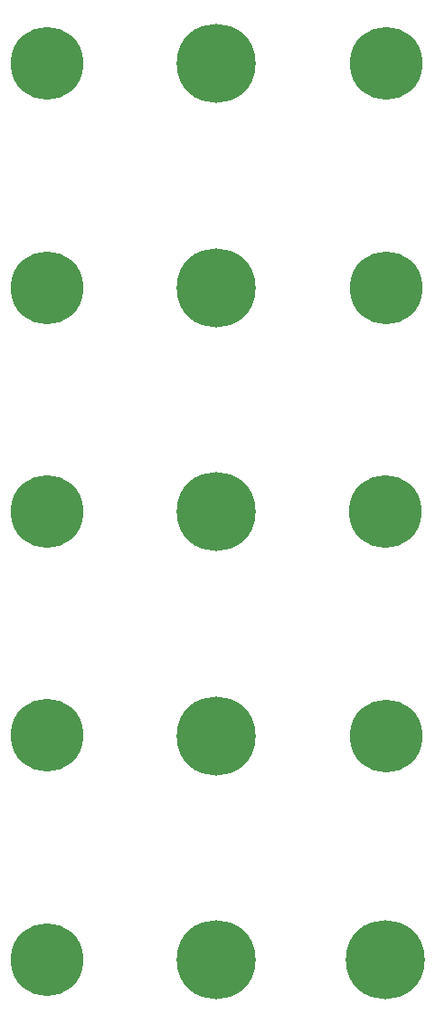
<source format=gbr>
%TF.GenerationSoftware,KiCad,Pcbnew,(6.0.5)*%
%TF.CreationDate,2022-07-06T11:36:20+02:00*%
%TF.ProjectId,faceplate-kicad,66616365-706c-4617-9465-2d6b69636164,rev?*%
%TF.SameCoordinates,Original*%
%TF.FileFunction,Soldermask,Bot*%
%TF.FilePolarity,Negative*%
%FSLAX46Y46*%
G04 Gerber Fmt 4.6, Leading zero omitted, Abs format (unit mm)*
G04 Created by KiCad (PCBNEW (6.0.5)) date 2022-07-06 11:36:20*
%MOMM*%
%LPD*%
G01*
G04 APERTURE LIST*
%ADD10C,7.400000*%
%ADD11C,7.200000*%
%ADD12C,6.800000*%
%ADD13C,6.400000*%
G04 APERTURE END LIST*
D10*
%TO.C,REF\u002A\u002A*%
X154910000Y-108790000D03*
D11*
X154910000Y-108790000D03*
%TD*%
D10*
%TO.C,REF\u002A\u002A*%
X154900000Y-66890000D03*
D11*
X154900000Y-66890000D03*
%TD*%
D10*
%TO.C,REF\u002A\u002A*%
X170770000Y-129730000D03*
D11*
X170770000Y-129730000D03*
%TD*%
D10*
%TO.C,REF\u002A\u002A*%
X154910000Y-45940000D03*
D11*
X154910000Y-45940000D03*
%TD*%
D10*
%TO.C,REF\u002A\u002A*%
X154910000Y-87830000D03*
D11*
X154910000Y-87830000D03*
%TD*%
D10*
%TO.C,REF\u002A\u002A*%
X154890000Y-129750000D03*
D11*
X154890000Y-129750000D03*
%TD*%
D12*
%TO.C,REF\u002A\u002A*%
X139050000Y-87830000D03*
D13*
X139050000Y-87830000D03*
%TD*%
D12*
%TO.C,REF\u002A\u002A*%
X139110000Y-108750000D03*
D13*
X139110000Y-108750000D03*
%TD*%
D12*
%TO.C,REF\u002A\u002A*%
X139090000Y-45900000D03*
D13*
X139090000Y-45900000D03*
%TD*%
D12*
%TO.C,REF\u002A\u002A*%
X139050000Y-66930000D03*
D13*
X139050000Y-66930000D03*
%TD*%
D12*
%TO.C,REF\u002A\u002A*%
X170790000Y-66860000D03*
D13*
X170790000Y-66860000D03*
%TD*%
D12*
%TO.C,GND*%
X170790000Y-45920000D03*
D13*
X170790000Y-45920000D03*
%TD*%
D12*
%TO.C,REF\u002A\u002A*%
X139050000Y-129760000D03*
D13*
X139050000Y-129760000D03*
%TD*%
D12*
%TO.C,REF\u002A\u002A*%
X170820000Y-108770000D03*
D13*
X170820000Y-108770000D03*
%TD*%
D12*
%TO.C,REF\u002A\u002A*%
X170780000Y-87850000D03*
D13*
X170780000Y-87850000D03*
%TD*%
M02*

</source>
